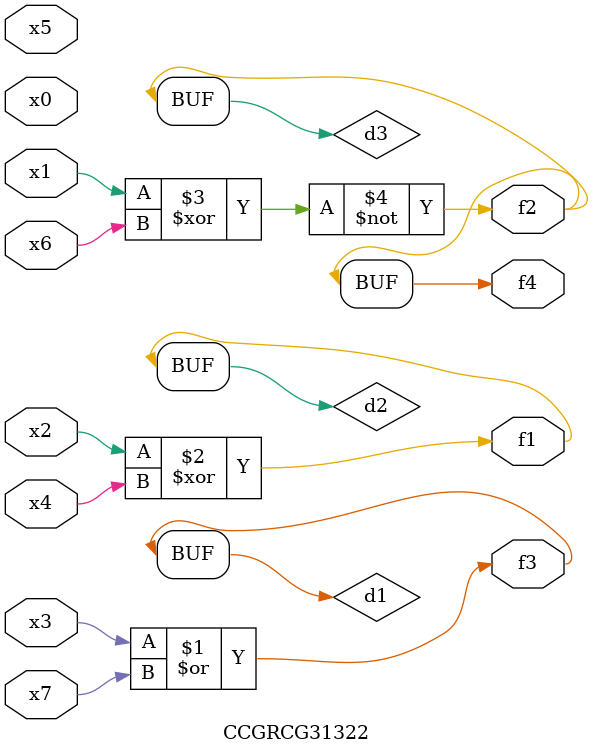
<source format=v>
module CCGRCG31322(
	input x0, x1, x2, x3, x4, x5, x6, x7,
	output f1, f2, f3, f4
);

	wire d1, d2, d3;

	or (d1, x3, x7);
	xor (d2, x2, x4);
	xnor (d3, x1, x6);
	assign f1 = d2;
	assign f2 = d3;
	assign f3 = d1;
	assign f4 = d3;
endmodule

</source>
